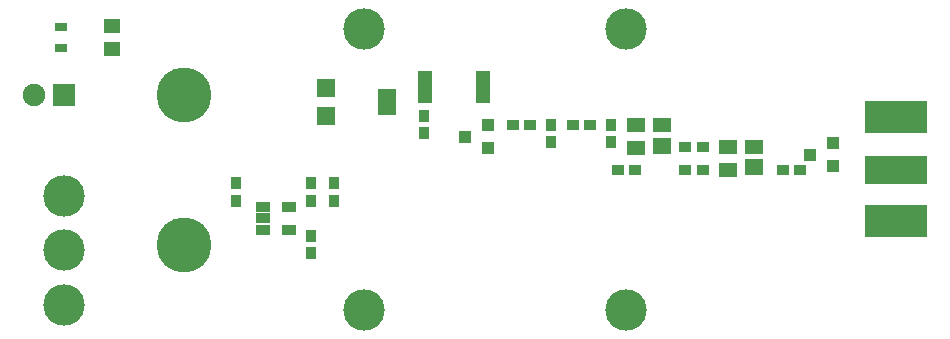
<source format=gbr>
G04 #@! TF.GenerationSoftware,KiCad,Pcbnew,(2017-05-02 revision e4d2924ee)-makepkg*
G04 #@! TF.CreationDate,2017-08-14T20:38:34-05:00*
G04 #@! TF.ProjectId,NoiseGen,4E6F69736547656E2E6B696361645F70,rev?*
G04 #@! TF.FileFunction,Soldermask,Top*
G04 #@! TF.FilePolarity,Negative*
%FSLAX46Y46*%
G04 Gerber Fmt 4.6, Leading zero omitted, Abs format (unit mm)*
G04 Created by KiCad (PCBNEW (2017-05-02 revision e4d2924ee)-makepkg) date 08/14/17 20:38:34*
%MOMM*%
%LPD*%
G01*
G04 APERTURE LIST*
%ADD10C,0.100000*%
%ADD11C,4.648200*%
%ADD12C,3.505200*%
%ADD13R,0.953200X1.003200*%
%ADD14R,1.003200X0.953200*%
%ADD15R,1.003200X0.803200*%
%ADD16O,1.903200X1.903200*%
%ADD17R,1.903200X1.903200*%
%ADD18R,5.283200X2.819400*%
%ADD19R,5.283200X2.489200*%
%ADD20R,1.203200X2.703200*%
%ADD21R,1.453200X1.203200*%
%ADD22R,1.603200X1.403200*%
%ADD23R,1.603200X1.203200*%
%ADD24R,1.263200X0.853200*%
%ADD25R,1.503200X1.503200*%
%ADD26R,1.503200X2.203200*%
%ADD27R,1.103200X1.003200*%
G04 APERTURE END LIST*
D10*
D11*
X86360000Y-107950000D03*
X86360000Y-95250000D03*
D12*
X101600000Y-89687400D03*
X101600000Y-113512600D03*
X123825000Y-89687400D03*
X123825000Y-113512600D03*
D13*
X106680000Y-97040000D03*
X106680000Y-98540000D03*
D14*
X115685000Y-97790000D03*
X114185000Y-97790000D03*
X123075000Y-101600000D03*
X124575000Y-101600000D03*
D13*
X90805000Y-104255000D03*
X90805000Y-102755000D03*
D14*
X128790000Y-99695000D03*
X130290000Y-99695000D03*
D13*
X97155000Y-107200000D03*
X97155000Y-108700000D03*
D14*
X128790000Y-101600000D03*
X130290000Y-101600000D03*
D13*
X97155000Y-104255000D03*
X97155000Y-102755000D03*
D14*
X137045000Y-101600000D03*
X138545000Y-101600000D03*
D13*
X99060000Y-102755000D03*
X99060000Y-104255000D03*
D15*
X75946000Y-91274000D03*
X75946000Y-89574000D03*
D16*
X73660000Y-95250000D03*
D17*
X76200000Y-95250000D03*
D18*
X146685000Y-105918000D03*
X146685000Y-97155000D03*
D19*
X146685000Y-101600000D03*
D20*
X111670000Y-94615000D03*
X106770000Y-94615000D03*
D13*
X117475000Y-97802000D03*
X117475000Y-99302000D03*
D14*
X119265000Y-97790000D03*
X120765000Y-97790000D03*
D13*
X122555000Y-99302000D03*
X122555000Y-97802000D03*
D21*
X80264000Y-91424000D03*
X80264000Y-89424000D03*
D12*
X76200000Y-113030000D03*
X76200000Y-108432600D03*
X76200000Y-103835200D03*
D22*
X126830000Y-99576000D03*
D23*
X126830000Y-97856000D03*
X124630000Y-97856000D03*
X124630000Y-99756000D03*
D24*
X95250000Y-104780000D03*
X95250000Y-106680000D03*
X93050000Y-106680000D03*
X93050000Y-105730000D03*
X93050000Y-104780000D03*
D23*
X132420000Y-101600000D03*
X132420000Y-99700000D03*
X134620000Y-99700000D03*
D22*
X134620000Y-101420000D03*
D25*
X98365000Y-94735000D03*
D26*
X103565000Y-95885000D03*
D25*
X98365000Y-97035000D03*
D27*
X110125000Y-98806000D03*
X112125000Y-97856000D03*
X112125000Y-99756000D03*
X139335000Y-100330000D03*
X141335000Y-99380000D03*
X141335000Y-101280000D03*
M02*

</source>
